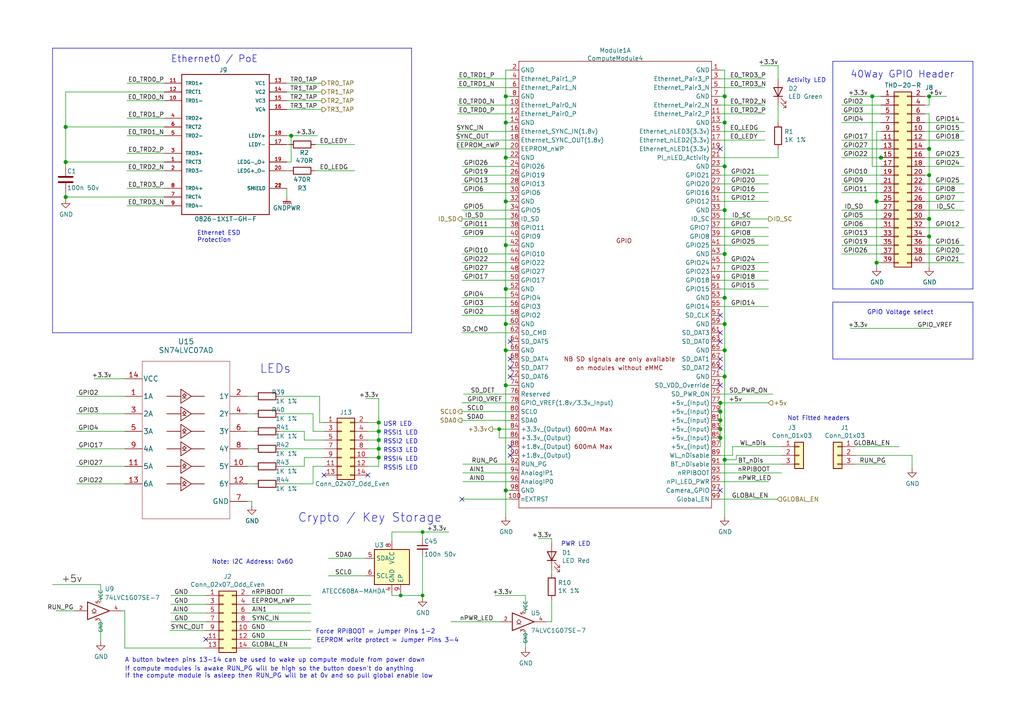
<source format=kicad_sch>
(kicad_sch (version 20210615) (generator eeschema)
  (paper "A4")
  (title_block (title "AP3000v3") (date "2020-10-27") (rev "1") (company "(c) ISis ImageStream Internet Solutions 2020") (comment 1 "www.imagestream.com"))
  (junction (at 19.05 36.83) (diameter 1.016))
  (junction (at 19.05 46.99) (diameter 1.016))
  (junction (at 19.05 57.15) (diameter 1.016))
  (junction (at 84.455 39.37) (diameter 1.016))
  (junction (at 109.855 122.555) (diameter 1.016))
  (junction (at 109.855 125.095) (diameter 1.016))
  (junction (at 109.855 127.635) (diameter 1.016))
  (junction (at 109.855 130.175) (diameter 1.016))
  (junction (at 109.855 132.715) (diameter 1.016))
  (junction (at 116.205 172.72) (diameter 0.9144))
  (junction (at 122.555 154.305) (diameter 0.9144))
  (junction (at 122.555 172.72) (diameter 0.9144))
  (junction (at 144.78 124.46) (diameter 0.9144))
  (junction (at 146.685 27.94) (diameter 1.016))
  (junction (at 146.685 35.56) (diameter 1.016))
  (junction (at 146.685 45.72) (diameter 1.016))
  (junction (at 146.685 58.42) (diameter 1.016))
  (junction (at 146.685 71.12) (diameter 1.016))
  (junction (at 146.685 83.82) (diameter 1.016))
  (junction (at 146.685 93.98) (diameter 1.016))
  (junction (at 146.685 101.6) (diameter 1.016))
  (junction (at 146.685 111.76) (diameter 1.016))
  (junction (at 146.685 142.24) (diameter 1.016))
  (junction (at 208.915 116.84) (diameter 1.016))
  (junction (at 208.915 119.38) (diameter 1.016))
  (junction (at 208.915 121.92) (diameter 1.016))
  (junction (at 208.915 124.46) (diameter 1.016))
  (junction (at 208.915 127) (diameter 1.016))
  (junction (at 210.185 27.94) (diameter 1.016))
  (junction (at 210.185 35.56) (diameter 1.016))
  (junction (at 210.185 48.26) (diameter 1.016))
  (junction (at 210.185 60.96) (diameter 1.016))
  (junction (at 210.185 73.66) (diameter 1.016))
  (junction (at 210.185 86.36) (diameter 1.016))
  (junction (at 210.185 93.98) (diameter 1.016))
  (junction (at 210.185 101.6) (diameter 1.016))
  (junction (at 210.185 109.22) (diameter 1.016))
  (junction (at 210.185 133.35) (diameter 1.016))
  (junction (at 252.984 27.94) (diameter 1.016))
  (junction (at 254.254 58.42) (diameter 1.016))
  (junction (at 254.254 76.2) (diameter 1.016))
  (junction (at 255.524 45.72) (diameter 1.016))
  (junction (at 269.494 27.94) (diameter 1.016))
  (junction (at 269.494 43.18) (diameter 1.016))
  (junction (at 269.494 50.8) (diameter 1.016))
  (junction (at 269.494 63.5) (diameter 1.016))
  (junction (at 269.494 68.58) (diameter 1.016))
  (no_connect (at 59.69 185.42))
  (no_connect (at 93.98 137.795))
  (no_connect (at 106.68 137.795))
  (no_connect (at 133.985 144.78))
  (no_connect (at 147.955 99.06))
  (no_connect (at 147.955 104.14))
  (no_connect (at 147.955 106.68))
  (no_connect (at 147.955 109.22))
  (no_connect (at 147.955 129.54))
  (no_connect (at 147.955 132.08))
  (no_connect (at 208.915 43.18))
  (no_connect (at 208.915 91.44))
  (no_connect (at 208.915 96.52))
  (no_connect (at 208.915 99.06))
  (no_connect (at 208.915 104.14))
  (no_connect (at 208.915 106.68))
  (no_connect (at 208.915 111.76))
  (no_connect (at 208.915 142.24))
  (wire (pts (xy 15.24 169.545) (xy 29.21 169.545)))
  (wire (pts (xy 16.256 177.165) (xy 21.59 177.165)))
  (wire (pts (xy 19.05 26.67) (xy 19.05 36.83)))
  (wire (pts (xy 19.05 26.67) (xy 47.625 26.67)))
  (wire (pts (xy 19.05 36.83) (xy 19.05 46.99)))
  (wire (pts (xy 19.05 36.83) (xy 47.625 36.83)))
  (wire (pts (xy 19.05 46.99) (xy 19.05 48.26)))
  (wire (pts (xy 19.05 46.99) (xy 47.625 46.99)))
  (wire (pts (xy 19.05 55.88) (xy 19.05 57.15)))
  (wire (pts (xy 19.05 57.15) (xy 19.05 57.785)))
  (wire (pts (xy 19.05 57.15) (xy 47.625 57.15)))
  (wire (pts (xy 22.225 114.935) (xy 36.195 114.935)))
  (wire (pts (xy 22.225 120.015) (xy 36.195 120.015)))
  (wire (pts (xy 22.225 125.095) (xy 36.195 125.095)))
  (wire (pts (xy 22.225 130.175) (xy 36.195 130.175)))
  (wire (pts (xy 22.225 135.255) (xy 36.195 135.255)))
  (wire (pts (xy 22.225 140.335) (xy 36.195 140.335)))
  (wire (pts (xy 29.21 169.545) (xy 29.21 174.625)))
  (wire (pts (xy 29.21 179.705) (xy 29.21 186.055)))
  (wire (pts (xy 35.56 177.165) (xy 36.195 177.165)))
  (wire (pts (xy 36.195 109.855) (xy 27.305 109.855)))
  (wire (pts (xy 36.195 177.165) (xy 36.195 187.96)))
  (wire (pts (xy 36.195 187.96) (xy 59.69 187.96)))
  (wire (pts (xy 36.83 24.13) (xy 47.625 24.13)))
  (wire (pts (xy 36.83 29.21) (xy 47.625 29.21)))
  (wire (pts (xy 36.83 34.29) (xy 47.625 34.29)))
  (wire (pts (xy 36.83 39.37) (xy 47.625 39.37)))
  (wire (pts (xy 36.83 44.45) (xy 47.625 44.45)))
  (wire (pts (xy 36.83 49.53) (xy 47.625 49.53)))
  (wire (pts (xy 36.83 54.61) (xy 47.625 54.61)))
  (wire (pts (xy 36.83 59.69) (xy 47.625 59.69)))
  (wire (pts (xy 49.276 182.88) (xy 59.69 182.88)))
  (wire (pts (xy 49.53 172.72) (xy 59.69 172.72)))
  (wire (pts (xy 49.53 175.26) (xy 59.69 175.26)))
  (wire (pts (xy 49.53 177.8) (xy 59.69 177.8)))
  (wire (pts (xy 49.53 180.34) (xy 59.69 180.34)))
  (wire (pts (xy 71.755 114.935) (xy 73.66 114.935)))
  (wire (pts (xy 71.755 120.015) (xy 73.66 120.015)))
  (wire (pts (xy 71.755 125.095) (xy 73.66 125.095)))
  (wire (pts (xy 71.755 130.175) (xy 73.66 130.175)))
  (wire (pts (xy 71.755 135.255) (xy 73.66 135.255)))
  (wire (pts (xy 71.755 140.335) (xy 73.66 140.335)))
  (wire (pts (xy 71.755 145.415) (xy 73.025 145.415)))
  (wire (pts (xy 72.39 172.72) (xy 90.17 172.72)))
  (wire (pts (xy 72.39 175.26) (xy 90.17 175.26)))
  (wire (pts (xy 72.39 177.8) (xy 90.17 177.8)))
  (wire (pts (xy 72.39 180.34) (xy 90.17 180.34)))
  (wire (pts (xy 72.39 182.88) (xy 90.17 182.88)))
  (wire (pts (xy 72.39 185.42) (xy 90.17 185.42)))
  (wire (pts (xy 72.39 187.96) (xy 90.17 187.96)))
  (wire (pts (xy 73.025 145.415) (xy 73.025 146.685)))
  (wire (pts (xy 81.28 114.935) (xy 92.71 114.935)))
  (wire (pts (xy 81.28 120.015) (xy 90.805 120.015)))
  (wire (pts (xy 81.28 125.095) (xy 88.265 125.095)))
  (wire (pts (xy 81.28 130.175) (xy 93.98 130.175)))
  (wire (pts (xy 81.28 135.255) (xy 88.265 135.255)))
  (wire (pts (xy 81.28 140.335) (xy 90.805 140.335)))
  (wire (pts (xy 83.185 24.13) (xy 93.345 24.13)))
  (wire (pts (xy 83.185 26.67) (xy 93.345 26.67)))
  (wire (pts (xy 83.185 29.21) (xy 93.345 29.21)))
  (wire (pts (xy 83.185 31.75) (xy 93.345 31.75)))
  (wire (pts (xy 83.185 46.99) (xy 84.455 46.99)))
  (wire (pts (xy 83.185 54.61) (xy 83.185 57.15)))
  (wire (pts (xy 83.82 41.91) (xy 83.185 41.91)))
  (wire (pts (xy 83.82 49.53) (xy 83.185 49.53)))
  (wire (pts (xy 84.455 39.37) (xy 83.185 39.37)))
  (wire (pts (xy 84.455 46.99) (xy 84.455 39.37)))
  (wire (pts (xy 88.265 125.095) (xy 88.265 127.635)))
  (wire (pts (xy 88.265 127.635) (xy 93.98 127.635)))
  (wire (pts (xy 88.265 132.715) (xy 88.265 135.255)))
  (wire (pts (xy 88.265 132.715) (xy 93.98 132.715)))
  (wire (pts (xy 90.805 120.015) (xy 90.805 125.095)))
  (wire (pts (xy 90.805 125.095) (xy 93.98 125.095)))
  (wire (pts (xy 90.805 135.255) (xy 93.98 135.255)))
  (wire (pts (xy 90.805 140.335) (xy 90.805 135.255)))
  (wire (pts (xy 92.075 39.37) (xy 84.455 39.37)))
  (wire (pts (xy 92.71 122.555) (xy 92.71 114.935)))
  (wire (pts (xy 93.98 122.555) (xy 92.71 122.555)))
  (wire (pts (xy 95.25 161.925) (xy 106.045 161.925)))
  (wire (pts (xy 95.25 167.005) (xy 106.045 167.005)))
  (wire (pts (xy 102.87 41.91) (xy 91.44 41.91)))
  (wire (pts (xy 102.87 49.53) (xy 91.44 49.53)))
  (wire (pts (xy 106.68 122.555) (xy 109.855 122.555)))
  (wire (pts (xy 106.68 125.095) (xy 109.855 125.095)))
  (wire (pts (xy 106.68 127.635) (xy 109.855 127.635)))
  (wire (pts (xy 106.68 130.175) (xy 109.855 130.175)))
  (wire (pts (xy 106.68 132.715) (xy 109.855 132.715)))
  (wire (pts (xy 106.68 135.255) (xy 109.855 135.255)))
  (wire (pts (xy 109.855 115.57) (xy 106.045 115.57)))
  (wire (pts (xy 109.855 115.57) (xy 109.855 122.555)))
  (wire (pts (xy 109.855 122.555) (xy 109.855 125.095)))
  (wire (pts (xy 109.855 125.095) (xy 109.855 127.635)))
  (wire (pts (xy 109.855 127.635) (xy 109.855 130.175)))
  (wire (pts (xy 109.855 130.175) (xy 109.855 132.715)))
  (wire (pts (xy 109.855 132.715) (xy 109.855 135.255)))
  (wire (pts (xy 113.665 154.305) (xy 113.665 156.845)))
  (wire (pts (xy 113.665 172.085) (xy 113.665 172.72)))
  (wire (pts (xy 113.665 172.72) (xy 116.205 172.72)))
  (wire (pts (xy 116.205 172.72) (xy 116.205 172.085)))
  (wire (pts (xy 122.555 154.305) (xy 113.665 154.305)))
  (wire (pts (xy 122.555 154.305) (xy 122.555 156.21)))
  (wire (pts (xy 122.555 161.29) (xy 122.555 172.72)))
  (wire (pts (xy 122.555 172.72) (xy 116.205 172.72)))
  (wire (pts (xy 122.555 172.72) (xy 122.555 173.355)))
  (wire (pts (xy 130.175 154.305) (xy 122.555 154.305)))
  (wire (pts (xy 130.81 180.34) (xy 144.78 180.34)))
  (wire (pts (xy 132.715 22.86) (xy 147.955 22.86)))
  (wire (pts (xy 132.715 25.4) (xy 147.955 25.4)))
  (wire (pts (xy 132.715 30.48) (xy 147.955 30.48)))
  (wire (pts (xy 132.715 33.02) (xy 147.955 33.02)))
  (wire (pts (xy 132.715 38.1) (xy 147.955 38.1)))
  (wire (pts (xy 132.715 40.64) (xy 147.955 40.64)))
  (wire (pts (xy 132.715 43.18) (xy 147.955 43.18)))
  (wire (pts (xy 133.985 48.26) (xy 147.955 48.26)))
  (wire (pts (xy 133.985 50.8) (xy 147.955 50.8)))
  (wire (pts (xy 133.985 53.34) (xy 147.955 53.34)))
  (wire (pts (xy 133.985 55.88) (xy 147.955 55.88)))
  (wire (pts (xy 133.985 60.96) (xy 147.955 60.96)))
  (wire (pts (xy 133.985 63.5) (xy 147.955 63.5)))
  (wire (pts (xy 133.985 66.04) (xy 147.955 66.04)))
  (wire (pts (xy 133.985 68.58) (xy 147.955 68.58)))
  (wire (pts (xy 133.985 73.66) (xy 147.955 73.66)))
  (wire (pts (xy 133.985 76.2) (xy 147.955 76.2)))
  (wire (pts (xy 133.985 78.74) (xy 147.955 78.74)))
  (wire (pts (xy 133.985 81.28) (xy 147.955 81.28)))
  (wire (pts (xy 133.985 86.36) (xy 147.955 86.36)))
  (wire (pts (xy 133.985 88.9) (xy 147.955 88.9)))
  (wire (pts (xy 133.985 91.44) (xy 147.955 91.44)))
  (wire (pts (xy 133.985 96.52) (xy 147.955 96.52)))
  (wire (pts (xy 133.985 116.84) (xy 147.955 116.84)))
  (wire (pts (xy 133.985 119.38) (xy 147.955 119.38)))
  (wire (pts (xy 133.985 121.92) (xy 147.955 121.92)))
  (wire (pts (xy 133.985 144.78) (xy 147.955 144.78)))
  (wire (pts (xy 134.239 134.62) (xy 147.955 134.62)))
  (wire (pts (xy 134.239 137.16) (xy 147.955 137.16)))
  (wire (pts (xy 134.239 139.7) (xy 147.955 139.7)))
  (wire (pts (xy 134.4422 114.3) (xy 147.955 114.3)))
  (wire (pts (xy 142.875 124.46) (xy 144.78 124.46)))
  (wire (pts (xy 144.78 124.46) (xy 147.955 124.46)))
  (wire (pts (xy 144.78 127) (xy 144.78 124.46)))
  (wire (pts (xy 146.685 20.32) (xy 146.685 27.94)))
  (wire (pts (xy 146.685 27.94) (xy 146.685 35.56)))
  (wire (pts (xy 146.685 35.56) (xy 146.685 45.72)))
  (wire (pts (xy 146.685 45.72) (xy 146.685 58.42)))
  (wire (pts (xy 146.685 45.72) (xy 147.955 45.72)))
  (wire (pts (xy 146.685 58.42) (xy 146.685 71.12)))
  (wire (pts (xy 146.685 58.42) (xy 147.955 58.42)))
  (wire (pts (xy 146.685 71.12) (xy 146.685 83.82)))
  (wire (pts (xy 146.685 71.12) (xy 147.955 71.12)))
  (wire (pts (xy 146.685 83.82) (xy 146.685 93.98)))
  (wire (pts (xy 146.685 83.82) (xy 147.955 83.82)))
  (wire (pts (xy 146.685 93.98) (xy 146.685 101.6)))
  (wire (pts (xy 146.685 93.98) (xy 147.955 93.98)))
  (wire (pts (xy 146.685 101.6) (xy 146.685 111.76)))
  (wire (pts (xy 146.685 101.6) (xy 147.955 101.6)))
  (wire (pts (xy 146.685 111.76) (xy 146.685 142.24)))
  (wire (pts (xy 146.685 111.76) (xy 147.955 111.76)))
  (wire (pts (xy 146.685 142.24) (xy 146.685 149.86)))
  (wire (pts (xy 147.955 20.32) (xy 146.685 20.32)))
  (wire (pts (xy 147.955 27.94) (xy 146.685 27.94)))
  (wire (pts (xy 147.955 35.56) (xy 146.685 35.56)))
  (wire (pts (xy 147.955 127) (xy 144.78 127)))
  (wire (pts (xy 147.955 129.54) (xy 148.209 129.54)))
  (wire (pts (xy 147.955 142.24) (xy 146.685 142.24)))
  (wire (pts (xy 152.4 172.72) (xy 143.51 172.72)))
  (wire (pts (xy 152.4 177.8) (xy 152.4 172.72)))
  (wire (pts (xy 152.4 182.88) (xy 152.4 187.96)))
  (wire (pts (xy 160.02 156.21) (xy 156.21 156.21)))
  (wire (pts (xy 160.02 157.48) (xy 160.02 156.21)))
  (wire (pts (xy 160.02 165.1) (xy 160.02 166.37)))
  (wire (pts (xy 160.02 173.99) (xy 160.02 180.34)))
  (wire (pts (xy 160.02 180.34) (xy 158.75 180.34)))
  (wire (pts (xy 208.915 20.32) (xy 210.185 20.32)))
  (wire (pts (xy 208.915 22.86) (xy 221.869 22.86)))
  (wire (pts (xy 208.915 25.4) (xy 221.869 25.4)))
  (wire (pts (xy 208.915 27.94) (xy 210.185 27.94)))
  (wire (pts (xy 208.915 30.48) (xy 221.869 30.48)))
  (wire (pts (xy 208.915 33.02) (xy 221.869 33.02)))
  (wire (pts (xy 208.915 35.56) (xy 210.185 35.56)))
  (wire (pts (xy 208.915 38.1) (xy 221.869 38.1)))
  (wire (pts (xy 208.915 40.64) (xy 221.869 40.64)))
  (wire (pts (xy 208.915 45.72) (xy 225.679 45.72)))
  (wire (pts (xy 208.915 48.26) (xy 210.185 48.26)))
  (wire (pts (xy 208.915 50.8) (xy 222.885 50.8)))
  (wire (pts (xy 208.915 53.34) (xy 222.885 53.34)))
  (wire (pts (xy 208.915 55.88) (xy 222.885 55.88)))
  (wire (pts (xy 208.915 58.42) (xy 222.885 58.42)))
  (wire (pts (xy 208.915 60.96) (xy 210.185 60.96)))
  (wire (pts (xy 208.915 63.5) (xy 222.885 63.5)))
  (wire (pts (xy 208.915 66.04) (xy 222.885 66.04)))
  (wire (pts (xy 208.915 68.58) (xy 222.885 68.58)))
  (wire (pts (xy 208.915 71.12) (xy 222.885 71.12)))
  (wire (pts (xy 208.915 73.66) (xy 210.185 73.66)))
  (wire (pts (xy 208.915 76.2) (xy 222.885 76.2)))
  (wire (pts (xy 208.915 78.74) (xy 222.885 78.74)))
  (wire (pts (xy 208.915 81.28) (xy 222.885 81.28)))
  (wire (pts (xy 208.915 83.82) (xy 222.885 83.82)))
  (wire (pts (xy 208.915 86.36) (xy 210.185 86.36)))
  (wire (pts (xy 208.915 88.9) (xy 222.885 88.9)))
  (wire (pts (xy 208.915 93.98) (xy 210.185 93.98)))
  (wire (pts (xy 208.915 101.6) (xy 210.185 101.6)))
  (wire (pts (xy 208.915 109.22) (xy 210.185 109.22)))
  (wire (pts (xy 208.915 114.3) (xy 224.155 114.3)))
  (wire (pts (xy 208.915 116.84) (xy 208.915 119.38)))
  (wire (pts (xy 208.915 116.84) (xy 222.885 116.84)))
  (wire (pts (xy 208.915 119.38) (xy 208.915 121.92)))
  (wire (pts (xy 208.915 121.92) (xy 208.915 124.46)))
  (wire (pts (xy 208.915 124.46) (xy 208.915 127)))
  (wire (pts (xy 208.915 127) (xy 208.915 129.54)))
  (wire (pts (xy 208.915 132.08) (xy 212.471 132.08)))
  (wire (pts (xy 208.915 134.62) (xy 226.695 134.62)))
  (wire (pts (xy 208.915 137.16) (xy 226.695 137.16)))
  (wire (pts (xy 208.915 139.7) (xy 222.885 139.7)))
  (wire (pts (xy 208.915 144.78) (xy 225.425 144.78)))
  (wire (pts (xy 210.185 20.32) (xy 210.185 27.94)))
  (wire (pts (xy 210.185 27.94) (xy 210.185 35.56)))
  (wire (pts (xy 210.185 35.56) (xy 210.185 48.26)))
  (wire (pts (xy 210.185 48.26) (xy 210.185 60.96)))
  (wire (pts (xy 210.185 60.96) (xy 210.185 73.66)))
  (wire (pts (xy 210.185 73.66) (xy 210.185 86.36)))
  (wire (pts (xy 210.185 86.36) (xy 210.185 93.98)))
  (wire (pts (xy 210.185 93.98) (xy 210.185 101.6)))
  (wire (pts (xy 210.185 101.6) (xy 210.185 109.22)))
  (wire (pts (xy 210.185 109.22) (xy 210.185 133.35)))
  (wire (pts (xy 210.185 133.35) (xy 210.185 149.86)))
  (wire (pts (xy 210.185 133.35) (xy 213.5632 133.35)))
  (wire (pts (xy 212.471 129.54) (xy 226.695 129.54)))
  (wire (pts (xy 212.471 132.08) (xy 212.471 129.54)))
  (wire (pts (xy 213.5632 132.08) (xy 226.695 132.08)))
  (wire (pts (xy 213.5632 133.35) (xy 213.5632 132.08)))
  (wire (pts (xy 220.599 19.05) (xy 225.679 19.05)))
  (wire (pts (xy 225.679 22.86) (xy 225.679 19.05)))
  (wire (pts (xy 225.679 30.48) (xy 225.679 35.56)))
  (wire (pts (xy 225.679 45.72) (xy 225.679 43.18)))
  (wire (pts (xy 244.094 30.48) (xy 255.524 30.48)))
  (wire (pts (xy 244.094 33.02) (xy 255.524 33.02)))
  (wire (pts (xy 244.094 35.56) (xy 255.524 35.56)))
  (wire (pts (xy 244.094 40.64) (xy 255.524 40.64)))
  (wire (pts (xy 244.094 43.18) (xy 255.524 43.18)))
  (wire (pts (xy 244.094 45.72) (xy 255.524 45.72)))
  (wire (pts (xy 244.094 50.8) (xy 255.524 50.8)))
  (wire (pts (xy 244.094 53.34) (xy 255.524 53.34)))
  (wire (pts (xy 244.094 55.88) (xy 255.524 55.88)))
  (wire (pts (xy 244.094 60.96) (xy 255.524 60.96)))
  (wire (pts (xy 244.094 63.5) (xy 255.524 63.5)))
  (wire (pts (xy 244.094 66.04) (xy 255.524 66.04)))
  (wire (pts (xy 244.094 68.58) (xy 255.524 68.58)))
  (wire (pts (xy 244.094 71.12) (xy 255.524 71.12)))
  (wire (pts (xy 244.094 73.66) (xy 255.524 73.66)))
  (wire (pts (xy 246.634 27.94) (xy 252.984 27.94)))
  (wire (pts (xy 246.634 95.25) (xy 269.875 95.25)))
  (wire (pts (xy 248.031 129.54) (xy 260.731 129.54)))
  (wire (pts (xy 248.031 132.08) (xy 264.541 132.08)))
  (wire (pts (xy 248.031 134.62) (xy 256.921 134.62)))
  (wire (pts (xy 252.984 27.94) (xy 252.984 48.26)))
  (wire (pts (xy 252.984 48.26) (xy 255.524 48.26)))
  (wire (pts (xy 254.254 38.1) (xy 254.254 58.42)))
  (wire (pts (xy 254.254 58.42) (xy 254.254 76.2)))
  (wire (pts (xy 254.254 58.42) (xy 255.524 58.42)))
  (wire (pts (xy 254.254 76.2) (xy 254.254 77.47)))
  (wire (pts (xy 254.254 76.2) (xy 255.524 76.2)))
  (wire (pts (xy 255.524 27.94) (xy 252.984 27.94)))
  (wire (pts (xy 255.524 38.1) (xy 254.254 38.1)))
  (wire (pts (xy 258.064 45.72) (xy 255.524 45.72)))
  (wire (pts (xy 264.541 132.08) (xy 264.541 135.89)))
  (wire (pts (xy 268.224 27.94) (xy 269.494 27.94)))
  (wire (pts (xy 268.224 30.48) (xy 269.494 30.48)))
  (wire (pts (xy 268.224 33.02) (xy 269.494 33.02)))
  (wire (pts (xy 268.224 35.56) (xy 279.654 35.56)))
  (wire (pts (xy 268.224 38.1) (xy 279.654 38.1)))
  (wire (pts (xy 268.224 40.64) (xy 279.654 40.64)))
  (wire (pts (xy 268.224 45.72) (xy 279.654 45.72)))
  (wire (pts (xy 268.224 48.26) (xy 279.654 48.26)))
  (wire (pts (xy 268.224 53.34) (xy 279.654 53.34)))
  (wire (pts (xy 268.224 55.88) (xy 279.654 55.88)))
  (wire (pts (xy 268.224 58.42) (xy 279.654 58.42)))
  (wire (pts (xy 268.224 60.96) (xy 279.654 60.96)))
  (wire (pts (xy 268.224 63.5) (xy 269.494 63.5)))
  (wire (pts (xy 268.224 66.04) (xy 279.654 66.04)))
  (wire (pts (xy 268.224 68.58) (xy 269.494 68.58)))
  (wire (pts (xy 268.224 71.12) (xy 279.654 71.12)))
  (wire (pts (xy 268.224 73.66) (xy 279.654 73.66)))
  (wire (pts (xy 268.224 76.2) (xy 279.654 76.2)))
  (wire (pts (xy 269.494 27.94) (xy 274.574 27.94)))
  (wire (pts (xy 269.494 30.48) (xy 269.494 27.94)))
  (wire (pts (xy 269.494 33.02) (xy 269.494 43.18)))
  (wire (pts (xy 269.494 43.18) (xy 268.224 43.18)))
  (wire (pts (xy 269.494 43.18) (xy 269.494 50.8)))
  (wire (pts (xy 269.494 50.8) (xy 268.224 50.8)))
  (wire (pts (xy 269.494 63.5) (xy 269.494 50.8)))
  (wire (pts (xy 269.494 68.58) (xy 269.494 63.5)))
  (wire (pts (xy 269.494 68.58) (xy 269.494 77.47)))
  (polyline (pts (xy 15.24 13.97) (xy 119.38 13.97)) (stroke (width 0) (type solid)))
  (polyline (pts (xy 15.24 96.52) (xy 15.24 13.97)) (stroke (width 0) (type solid)))
  (polyline (pts (xy 119.38 13.97) (xy 119.38 96.52)) (stroke (width 0) (type solid)))
  (polyline (pts (xy 119.38 96.52) (xy 15.24 96.52)) (stroke (width 0) (type solid)))
  (polyline (pts (xy 241.554 17.78) (xy 241.554 83.82)) (stroke (width 0) (type solid)))
  (polyline (pts (xy 241.554 83.82) (xy 282.194 83.82)) (stroke (width 0) (type solid)))
  (polyline (pts (xy 241.554 104.14) (xy 241.554 87.63)) (stroke (width 0) (type solid)))
  (polyline (pts (xy 241.554 104.14) (xy 242.824 104.14)) (stroke (width 0) (type solid)))
  (polyline (pts (xy 242.824 87.63) (xy 241.554 87.63)) (stroke (width 0) (type solid)))
  (polyline (pts (xy 242.824 87.63) (xy 282.194 87.63)) (stroke (width 0) (type solid)))
  (polyline (pts (xy 282.194 17.78) (xy 241.554 17.78)) (stroke (width 0) (type solid)))
  (polyline (pts (xy 282.194 17.78) (xy 282.194 83.82)) (stroke (width 0) (type solid)))
  (polyline (pts (xy 282.194 87.63) (xy 282.194 104.14)) (stroke (width 0) (type solid)))
  (polyline (pts (xy 282.194 104.14) (xy 242.824 104.14)) (stroke (width 0) (type solid)))
  (text "A button bwteen pins 13-14 can be used to wake up compute module from power down	\n\n" (at 36.195 194.31 0) (effects (font (size 1.27 1.27)) (justify left bottom)))
  (text "If compute modules is awake RUN_PG will be high so the button doesn't do anything\nIf the compute module is asleep then RUN_PG will be at 0v and so pull global enable low" (at 36.195 196.85 0) (effects (font (size 1.27 1.27)) (justify left bottom)))
  (text "Ethernet0 / PoE" (at 49.53 18.415 0) (effects (font (size 2.0066 2.0066)) (justify left bottom)))
  (text "Ethernet ESD\nProtection" (at 57.15 70.485 0) (effects (font (size 1.27 1.27)) (justify left bottom)))
  (text "LEDs" (at 84.455 108.585 180) (effects (font (size 2.54 2.54)) (justify right bottom)))
  (text "Note: I2C Address: 0x60" (at 85.09 163.83 180) (effects (font (size 1.27 1.27)) (justify right bottom)))
  (text "USR LED" (at 111.125 123.825 0) (effects (font (size 1.27 1.27)) (justify left bottom)))
  (text "RSSI1 LED" (at 111.125 126.365 0) (effects (font (size 1.27 1.27)) (justify left bottom)))
  (text "RSSI2 LED" (at 111.125 128.905 0) (effects (font (size 1.27 1.27)) (justify left bottom)))
  (text "RSSI3 LED" (at 111.125 131.445 0) (effects (font (size 1.27 1.27)) (justify left bottom)))
  (text "RSSI4 LED" (at 111.125 133.985 0) (effects (font (size 1.27 1.27)) (justify left bottom)))
  (text "RSSI5 LED" (at 111.125 136.525 0) (effects (font (size 1.27 1.27)) (justify left bottom)))
  (text "Force RPIBOOT = Jumper Pins 1-2 \n" (at 127.254 184.023 180) (effects (font (size 1.27 1.27)) (justify right bottom)))
  (text "Crypto / Key Storage" (at 128.27 151.765 180) (effects (font (size 2.54 2.54)) (justify right bottom)))
  (text "EEPROM write protect = Jumper Pins 3-4\n\n" (at 133.096 188.595 180) (effects (font (size 1.27 1.27)) (justify right bottom)))
  (text "PWR LED" (at 162.687 158.623 0) (effects (font (size 1.27 1.27)) (justify left bottom)))
  (text "Activity LED" (at 228.219 24.13 0) (effects (font (size 1.27 1.27)) (justify left bottom)))
  (text "Not Fitted headers" (at 246.507 122.174 180) (effects (font (size 1.27 1.27)) (justify right bottom)))
  (text "40Way GPIO Header" (at 246.634 22.86 0) (effects (font (size 2.007 2.007)) (justify left bottom)))
  (text "GPIO Voltage select\n" (at 270.764 91.44 180) (effects (font (size 1.27 1.27)) (justify right bottom)))
  (label "+5v" (at 17.78 169.545 0) (effects (font (size 2.0066 2.0066))))
  (label "RUN_PG" (at 21.336 177.165 180))
  (label "GPIO2" (at 28.575 114.935 180))
  (label "GPIO3" (at 28.575 120.015 180))
  (label "GPIO4" (at 28.575 125.095 180))
  (label "GPIO17" (at 29.845 130.175 180))
  (label "GPIO27" (at 29.845 135.255 180))
  (label "GPIO22" (at 29.845 140.335 180))
  (label "+3.3v" (at 32.385 109.855 180))
  (label "E0_TRD0_P" (at 47.625 24.13 180))
  (label "E0_TRD0_N" (at 47.625 29.21 180))
  (label "E0_TRD1_P" (at 47.625 34.29 180))
  (label "E0_TRD1_N" (at 47.625 39.37 180))
  (label "E0_TRD2_P" (at 47.625 44.45 180))
  (label "E0_TRD2_N" (at 47.625 49.53 180))
  (label "E0_TRD3_P" (at 47.625 54.61 180))
  (label "E0_TRD3_N" (at 47.625 59.69 180))
  (label "GND" (at 54.61 172.72 180))
  (label "GND" (at 54.61 175.26 180))
  (label "AIN0" (at 54.61 177.8 180))
  (label "GND" (at 54.61 180.34 180))
  (label "SYNC_OUT" (at 59.182 182.88 180))
  (label "GND" (at 76.962 182.88 180))
  (label "GND" (at 76.962 185.42 180))
  (label "AIN1" (at 77.47 177.8 180))
  (label "SYNC_IN" (at 81.026 180.34 180))
  (label "nRPIBOOT" (at 82.296 172.72 180))
  (label "GLOBAL_EN" (at 83.566 187.96 180))
  (label "EEPROM_nWP" (at 85.598 175.26 180))
  (label "+3.3v" (at 85.725 39.37 0))
  (label "TR0_TAP" (at 92.075 24.13 180))
  (label "TR1_TAP" (at 92.075 26.67 180))
  (label "TR2_TAP" (at 92.075 29.21 180))
  (label "TR3_TAP" (at 92.075 31.75 180))
  (label "E0_LEDY" (at 92.71 41.91 0))
  (label "E0_LEDG" (at 92.71 49.53 0))
  (label "SDA0" (at 97.155 161.925 0))
  (label "SCL0" (at 97.155 167.005 0))
  (label "+3.3v" (at 109.855 115.57 180))
  (label "+3.3v" (at 129.54 154.305 180))
  (label "nPWR_LED" (at 133.35 180.34 0))
  (label "GPIO_VREF" (at 135.509 116.84 0))
  (label "SYNC_IN" (at 140.335 38.1 180))
  (label "GPIO6" (at 140.335 55.88 180))
  (label "GPIO5" (at 140.335 60.96 180))
  (label "ID_SD" (at 140.335 63.5 180))
  (label "GPIO9" (at 140.335 68.58 180))
  (label "GPIO4" (at 140.335 86.36 180))
  (label "GPIO3" (at 140.335 88.9 180))
  (label "GPIO2" (at 140.335 91.44 180))
  (label "SCL0" (at 140.335 119.38 180))
  (label "SDA0" (at 140.335 121.92 180))
  (label "AIN1" (at 140.589 137.16 180))
  (label "AIN0" (at 140.589 139.7 180))
  (label "GPIO26" (at 141.605 48.26 180))
  (label "GPIO19" (at 141.605 50.8 180))
  (label "GPIO13" (at 141.605 53.34 180))
  (label "GPIO11" (at 141.605 66.04 180))
  (label "GPIO10" (at 141.605 73.66 180))
  (label "GPIO22" (at 141.605 76.2 180))
  (label "GPIO27" (at 141.605 78.74 180))
  (label "GPIO17" (at 141.605 81.28 180))
  (label "SD_CMD" (at 141.605 96.52 180))
  (label "SYNC_OUT" (at 141.859 40.64 180))
  (label "E0_TRD1_P" (at 143.51 22.86 180))
  (label "E0_TRD1_N" (at 143.51 25.4 180))
  (label "E0_TRD0_N" (at 143.51 30.48 180))
  (label "E0_TRD0_P" (at 143.51 33.02 180))
  (label "SD_DET" (at 143.51 114.3 180))
  (label "RUN_PG" (at 144.399 134.62 180))
  (label "EEPROM_nWP" (at 144.907 43.18 180))
  (label "+3.3v" (at 148.59 172.72 180))
  (label "+3.3v" (at 160.02 156.21 180))
  (label "SD_PWR_ON" (at 211.455 114.3 0))
  (label "E0_TRD3_P" (at 211.709 22.86 0))
  (label "E0_TRD3_N" (at 211.709 25.4 0))
  (label "E0_TRD2_N" (at 211.709 30.48 0))
  (label "E0_TRD2_P" (at 211.709 33.02 0))
  (label "E0_LEDG" (at 211.709 38.1 0))
  (label "E0_LEDY" (at 211.709 40.64 0))
  (label "nPWR_LED" (at 213.995 139.7 0))
  (label "+5v" (at 215.265 116.84 180))
  (label "ID_SC" (at 217.805 63.5 180))
  (label "GPIO7" (at 217.805 66.04 180))
  (label "GPIO8" (at 217.805 68.58 180))
  (label "GPIO21" (at 219.075 50.8 180))
  (label "GPIO20" (at 219.075 53.34 180))
  (label "GPIO16" (at 219.075 55.88 180))
  (label "GPIO12" (at 219.075 58.42 180))
  (label "GPIO25" (at 219.075 71.12 180))
  (label "GPIO24" (at 219.075 76.2 180))
  (label "GPIO23" (at 219.075 78.74 180))
  (label "GPIO18" (at 219.075 81.28 180))
  (label "GPIO15" (at 219.075 83.82 180))
  (label "GPIO14" (at 219.075 88.9 180))
  (label "BT_nDis" (at 221.4626 134.62 180))
  (label "WL_nDis" (at 222.25 129.54 180))
  (label "GLOBAL_EN" (at 222.885 144.78 180))
  (label "nRPIBOOT" (at 223.3422 137.16 180))
  (label "+3.3v" (at 225.679 19.05 180))
  (label "GPIO2" (at 250.444 30.48 180))
  (label "GPIO3" (at 250.444 33.02 180))
  (label "GPIO4" (at 250.444 35.56 180))
  (label "GPIO9" (at 250.444 53.34 180))
  (label "ID_SD" (at 250.444 60.96 180))
  (label "GPIO5" (at 250.444 63.5 180))
  (label "GPIO6" (at 250.444 66.04 180))
  (label "+3.3v" (at 251.714 27.94 180))
  (label "GPIO17" (at 251.714 40.64 180))
  (label "GPIO27" (at 251.714 43.18 180))
  (label "GPIO22" (at 251.714 45.72 180))
  (label "GPIO10" (at 251.714 50.8 180))
  (label "GPIO11" (at 251.714 55.88 180))
  (label "GPIO13" (at 251.714 68.58 180))
  (label "GPIO19" (at 251.714 71.12 180))
  (label "GPIO26" (at 251.714 73.66 180))
  (label "+3.3v" (at 251.714 95.25 180))
  (label "RUN_PG" (at 256.921 134.62 180))
  (label "GLOBAL_EN" (at 258.191 129.54 180))
  (label "GPIO_VREF" (at 266.065 95.25 0))
  (label "+5v" (at 273.304 27.94 180))
  (label "GPIO8" (at 277.114 55.88 180))
  (label "GPIO7" (at 277.114 58.42 180))
  (label "ID_SC" (at 277.114 60.96 180))
  (label "GPIO14" (at 278.384 35.56 180))
  (label "GPIO15" (at 278.384 38.1 180))
  (label "GPIO18" (at 278.384 40.64 180))
  (label "GPIO23" (at 278.384 45.72 180))
  (label "GPIO24" (at 278.384 48.26 180))
  (label "GPIO25" (at 278.384 53.34 180))
  (label "GPIO12" (at 278.384 66.04 180))
  (label "GPIO16" (at 278.384 71.12 180))
  (label "GPIO20" (at 278.384 73.66 180))
  (label "GPIO21" (at 278.384 76.2 180))
  (hierarchical_label "TR0_TAP" (shape output) (at 93.345 24.13 0))
  (hierarchical_label "TR1_TAP" (shape output) (at 93.345 26.67 0))
  (hierarchical_label "TR2_TAP" (shape output) (at 93.345 29.21 0))
  (hierarchical_label "TR3_TAP" (shape output) (at 93.345 31.75 0))
  (hierarchical_label "ID_SD" (shape output) (at 133.985 63.5 180))
  (hierarchical_label "SCL0" (shape output) (at 133.985 119.38 180))
  (hierarchical_label "SDA0" (shape output) (at 133.985 121.92 180))
  (hierarchical_label "+3.3v" (shape output) (at 142.875 124.46 180))
  (hierarchical_label "ID_SC" (shape output) (at 222.885 63.5 0))
  (hierarchical_label "+5v" (shape input) (at 222.885 116.84 0))
  (hierarchical_label "GLOBAL_EN" (shape input) (at 225.425 144.78 0))
  (symbol (lib_id "power:GNDPWR") (at 83.185 57.15 0) (mirror y) (unit 1)
    (property "Reference" "#PWR0108" (effects hide))
    (property "Value" "GNDPWR" (at 83.185 60.325 0))
  )
  (symbol (lib_id "power:GND") (at 19.05 57.785 0) (unit 1)
    (property "Reference" "#PWR0107" (effects hide))
    (property "Value" "GND" (at 19.177 62.1792 0))
  )
  (symbol (lib_id "power:GND") (at 29.21 186.055 0) (unit 1)
    (property "Reference" "#PWR027" (effects hide))
    (property "Value" "GND" (at 29.337 190.4492 0))
  )
  (symbol (lib_id "power:GND") (at 73.025 146.685 0) (unit 1)
    (property "Reference" "#PWR0140" (effects hide))
    (property "Value" "GND" (at 73.152 151.0792 0))
  )
  (symbol (lib_id "power:GND") (at 122.555 173.355 0) (unit 1)
    (property "Reference" "#PWR0125" (effects hide))
    (property "Value" "GND" (at 122.682 177.7492 0))
  )
  (symbol (lib_id "power:GND") (at 146.685 149.86 0) (unit 1)
    (property "Reference" "#PWR0104" (effects hide))
    (property "Value" "GND" (at 146.812 154.2542 0))
  )
  (symbol (lib_id "power:GND") (at 152.4 187.96 0) (unit 1)
    (property "Reference" "#PWR05" (effects hide))
    (property "Value" "GND" (at 152.527 192.3542 0))
  )
  (symbol (lib_id "power:GND") (at 210.185 149.86 0) (unit 1)
    (property "Reference" "#PWR0105" (effects hide))
    (property "Value" "GND" (at 210.312 154.2542 0))
  )
  (symbol (lib_id "power:GND") (at 254.254 77.47 0) (unit 1)
    (property "Reference" "#PWR0103" (effects hide))
    (property "Value" "GND" (at 254.381 81.8642 0))
  )
  (symbol (lib_id "power:GND") (at 264.541 135.89 0) (unit 1)
    (property "Reference" "#PWR0106" (effects hide))
    (property "Value" "GND" (at 264.668 140.2842 0))
  )
  (symbol (lib_id "power:GND") (at 269.494 77.47 0) (unit 1)
    (property "Reference" "#PWR0102" (effects hide))
    (property "Value" "GND" (at 269.621 81.8642 0))
  )
  (symbol (lib_id "Device:R") (at 77.47 114.935 90) (unit 1)
    (property "Reference" "R39" (at 82.6516 113.792 90) (effects (justify left)))
    (property "Value" "1K 1%" (at 86.233 116.332 90) (effects (justify left)))
    (property "Footprint" "Resistor_SMD:R_0603_1608Metric" (effects hide))
    (property "Datasheet" "https://fscdn.rohm.com/en/products/databook/datasheet/passive/resistor/chip_resistor/mcr-e.pdf" (effects hide))
    (property "Field4" "Farnell" (effects hide))
    (property "Field5" "9239235" (effects hide))
    (property "Field7" "KOA EUROPE GMBH" (effects hide))
    (property "Field6" "RK73H1ETTP1001F" (effects hide))
    (property "Part Description" "Resistor 1K M1005 1% 63mW" (effects hide))
    (property "Field8" "125049511" (effects hide))
    (property "PartsBoxID" "0603-1K-1%" (effects hide))
    (property "LCSC" "C21190" (effects hide))
  )
  (symbol (lib_id "Device:R") (at 77.47 120.015 90) (unit 1)
    (property "Reference" "R40" (at 82.6516 118.872 90) (effects (justify left)))
    (property "Value" "1K 1%" (at 86.233 121.412 90) (effects (justify left)))
    (property "Footprint" "Resistor_SMD:R_0603_1608Metric" (effects hide))
    (property "Datasheet" "https://fscdn.rohm.com/en/products/databook/datasheet/passive/resistor/chip_resistor/mcr-e.pdf" (effects hide))
    (property "Field4" "Farnell" (effects hide))
    (property "Field5" "9239235" (effects hide))
    (property "Field7" "KOA EUROPE GMBH" (effects hide))
    (property "Field6" "RK73H1ETTP1001F" (effects hide))
    (property "Part Description" "Resistor 1K M1005 1% 63mW" (effects hide))
    (property "Field8" "125049511" (effects hide))
    (property "PartsBoxID" "0603-1K-1%" (effects hide))
    (property "LCSC" "C21190" (effects hide))
  )
  (symbol (lib_id "Device:R") (at 77.47 125.095 90) (unit 1)
    (property "Reference" "R41" (at 83.9216 123.952 90) (effects (justify left)))
    (property "Value" "1K 1%" (at 86.233 126.492 90) (effects (justify left)))
    (property "Footprint" "Resistor_SMD:R_0603_1608Metric" (effects hide))
    (property "Datasheet" "https://fscdn.rohm.com/en/products/databook/datasheet/passive/resistor/chip_resistor/mcr-e.pdf" (effects hide))
    (property "Field4" "Farnell" (effects hide))
    (property "Field5" "9239235" (effects hide))
    (property "Field7" "KOA EUROPE GMBH" (effects hide))
    (property "Field6" "RK73H1ETTP1001F" (effects hide))
    (property "Part Description" "Resistor 1K M1005 1% 63mW" (effects hide))
    (property "Field8" "125049511" (effects hide))
    (property "PartsBoxID" "0603-1K-1%" (effects hide))
    (property "LCSC" "C21190" (effects hide))
  )
  (symbol (lib_id "Device:R") (at 77.47 130.175 90) (unit 1)
    (property "Reference" "R42" (at 83.9216 129.032 90) (effects (justify left)))
    (property "Value" "1K 1%" (at 86.233 131.572 90) (effects (justify left)))
    (property "Footprint" "Resistor_SMD:R_0603_1608Metric" (effects hide))
    (property "Datasheet" "https://fscdn.rohm.com/en/products/databook/datasheet/passive/resistor/chip_resistor/mcr-e.pdf" (effects hide))
    (property "Field4" "Farnell" (effects hide))
    (property "Field5" "9239235" (effects hide))
    (property "Field7" "KOA EUROPE GMBH" (effects hide))
    (property "Field6" "RK73H1ETTP1001F" (effects hide))
    (property "Part Description" "Resistor 1K M1005 1% 63mW" (effects hide))
    (property "Field8" "125049511" (effects hide))
    (property "PartsBoxID" "0603-1K-1%" (effects hide))
    (property "LCSC" "C21190" (effects hide))
  )
  (symbol (lib_id "Device:R") (at 77.47 135.255 90) (unit 1)
    (property "Reference" "R43" (at 83.9216 134.112 90) (effects (justify left)))
    (property "Value" "1K 1%" (at 86.233 136.652 90) (effects (justify left)))
    (property "Footprint" "Resistor_SMD:R_0603_1608Metric" (effects hide))
    (property "Datasheet" "https://fscdn.rohm.com/en/products/databook/datasheet/passive/resistor/chip_resistor/mcr-e.pdf" (effects hide))
    (property "Field4" "Farnell" (effects hide))
    (property "Field5" "9239235" (effects hide))
    (property "Field7" "KOA EUROPE GMBH" (effects hide))
    (property "Field6" "RK73H1ETTP1001F" (effects hide))
    (property "Part Description" "Resistor 1K M1005 1% 63mW" (effects hide))
    (property "Field8" "125049511" (effects hide))
    (property "PartsBoxID" "0603-1K-1%" (effects hide))
    (property "LCSC" "C21190" (effects hide))
  )
  (symbol (lib_id "Device:R") (at 77.47 140.335 90) (unit 1)
    (property "Reference" "R44" (at 83.9216 139.192 90) (effects (justify left)))
    (property "Value" "1K 1%" (at 86.233 141.732 90) (effects (justify left)))
    (property "Footprint" "Resistor_SMD:R_0603_1608Metric" (effects hide))
    (property "Datasheet" "https://fscdn.rohm.com/en/products/databook/datasheet/passive/resistor/chip_resistor/mcr-e.pdf" (effects hide))
    (property "Field4" "Farnell" (effects hide))
    (property "Field5" "9239235" (effects hide))
    (property "Field7" "KOA EUROPE GMBH" (effects hide))
    (property "Field6" "RK73H1ETTP1001F" (effects hide))
    (property "Part Description" "Resistor 1K M1005 1% 63mW" (effects hide))
    (property "Field8" "125049511" (effects hide))
    (property "PartsBoxID" "0603-1K-1%" (effects hide))
    (property "LCSC" "C21190" (effects hide))
  )
  (symbol (lib_id "Device:R") (at 87.63 41.91 90) (mirror x) (unit 1)
    (property "Reference" "R2" (at 88.265 44.2722 90))
    (property "Value" "470R" (at 88.265 46.5836 90))
    (property "Footprint" "Resistor_SMD:R_0603_1608Metric" (effects hide))
    (property "Datasheet" "https://fscdn.rohm.com/en/products/databook/datasheet/passive/resistor/chip_resistor/mcr-e.pdf" (effects hide))
    (property "Field4" "Farnell" (effects hide))
    (property "Field5" "9239197" (effects hide))
    (property "Field7" "KOA EUROPE GMBH" (effects hide))
    (property "Field6" "RK73G1ETQTP4700D         " (effects hide))
    (property "Field8" "120887981" (effects hide))
    (property "Part Description" "Resistor 470R M1005 1% 63mW" (effects hide))
    (property "PartsBoxID" "0603-470R-1%" (effects hide))
    (property "LCSC" "C23179" (effects hide))
  )
  (symbol (lib_id "Device:R") (at 87.63 49.53 90) (mirror x) (unit 1)
    (property "Reference" "R3" (at 87.63 54.61 90))
    (property "Value" "470R" (at 87.63 52.07 90))
    (property "Footprint" "Resistor_SMD:R_0603_1608Metric" (effects hide))
    (property "Datasheet" "https://fscdn.rohm.com/en/products/databook/datasheet/passive/resistor/chip_resistor/mcr-e.pdf" (effects hide))
    (property "Field4" "Farnell" (effects hide))
    (property "Field5" "9239197" (effects hide))
    (property "Field7" "KOA EUROPE GMBH" (effects hide))
    (property "Field6" "RK73G1ETQTP4700D         " (effects hide))
    (property "Field8" "120887981" (effects hide))
    (property "Part Description" "Resistor 470R M1005 1% 63mW" (effects hide))
    (property "PartsBoxID" "0603-470R-1%" (effects hide))
    (property "LCSC" "C23179" (effects hide))
  )
  (symbol (lib_id "Device:R") (at 160.02 170.18 0) (unit 1)
    (property "Reference" "R10" (at 161.798 169.0116 0) (effects (justify left)))
    (property "Value" "1K 1%" (at 161.798 171.323 0) (effects (justify left)))
    (property "Footprint" "Resistor_SMD:R_0603_1608Metric" (effects hide))
    (property "Datasheet" "https://fscdn.rohm.com/en/products/databook/datasheet/passive/resistor/chip_resistor/mcr-e.pdf" (effects hide))
    (property "Field4" "Farnell" (effects hide))
    (property "Field5" "9239235" (effects hide))
    (property "Field7" "KOA EUROPE GMBH" (effects hide))
    (property "Field6" "RK73H1ETTP1001F" (effects hide))
    (property "Part Description" "Resistor 1K M1005 1% 63mW" (effects hide))
    (property "Field8" "125049511" (effects hide))
    (property "PartsBoxID" "0603-1K-1%" (effects hide))
    (property "LCSC" "C21190" (effects hide))
  )
  (symbol (lib_id "Device:R") (at 225.679 39.37 0) (unit 1)
    (property "Reference" "R1" (at 227.457 38.2016 0) (effects (justify left)))
    (property "Value" "1K 1%" (at 227.457 40.513 0) (effects (justify left)))
    (property "Footprint" "Resistor_SMD:R_0603_1608Metric" (effects hide))
    (property "Datasheet" "https://fscdn.rohm.com/en/products/databook/datasheet/passive/resistor/chip_resistor/mcr-e.pdf" (effects hide))
    (property "Field4" "Farnell" (effects hide))
    (property "Field5" "9239235" (effects hide))
    (property "Field7" "KOA EUROPE GMBH" (effects hide))
    (property "Field6" "RK73H1ETTP1001F" (effects hide))
    (property "Part Description" "Resistor 1K M1005 1% 63mW" (effects hide))
    (property "Field8" "125049511" (effects hide))
    (property "PartsBoxID" "0603-1K-1%" (effects hide))
    (property "LCSC" "C21190" (effects hide))
  )
  (symbol (lib_id "Device:C_Small") (at 122.555 158.75 0) (mirror y) (unit 1)
    (property "Reference" "C45" (at 122.9868 156.9974 0) (effects (justify right)))
    (property "Value" "100n 50v" (at 122.9868 160.782 0) (effects (justify right)))
    (property "Footprint" "Capacitor_SMD:C_0603_1608Metric" (effects hide))
    (property "PartsBoxID" "0603-100nF-X7R-50V" (effects hide))
    (property "SPR" "-" (effects hide))
    (property "SPN" "-" (effects hide))
    (property "SPURL" "-" (effects hide))
    (property "LCSC" "C14663" (effects hide))
    (property "Part Description" "100nF 10% or 20% 50V Ceramic Capacitor X7R 0603" (effects hide))
  )
  (symbol (lib_id "Device:LED") (at 160.02 161.29 90) (unit 1)
    (property "Reference" "D1" (at 162.9918 160.2994 90) (effects (justify right)))
    (property "Value" "LED Red" (at 162.9918 162.6108 90) (effects (justify right)))
    (property "Footprint" "LED_SMD:LED_0603_1608Metric" (effects hide))
    (property "Datasheet" "http://optoelectronics.liteon.com/upload/download/DS22-2000-210/LTST-S270KRKT.pdf" (effects hide))
    (property "Field4" "Digikey " (effects hide))
    (property "Field5" "	LTST-S270KRKT" (effects hide))
    (property "Field6" "SML-A12U8TT86Q" (effects hide))
    (property "Field7" "Rohm" (effects hide))
    (property "Field8" "650295101" (effects hide))
    (property "Part Description" "Red 620nm LED Indication - Discrete 2.2V 2-SMD, No Lead" (effects hide))
    (property "PartsBoxID" "LTST-S270KRKT" (effects hide))
    (property "LCSC" "C2286" (effects hide))
  )
  (symbol (lib_id "Device:LED") (at 225.679 26.67 90) (unit 1)
    (property "Reference" "D2" (at 228.6508 25.6794 90) (effects (justify right)))
    (property "Value" "LED Green" (at 228.6508 27.9908 90) (effects (justify right)))
    (property "Footprint" "LED_SMD:LED_0603_1608Metric" (effects hide))
    (property "Datasheet" "http://optoelectronics.liteon.com/upload/download/DS22-2000-226/LTST-S270KGKT.pdf" (effects hide))
    (property "Field4" "Digikey " (effects hide))
    (property "Field5" "LTST-S270KGKT" (effects hide))
    (property "Field6" "SML-A12M8TT86N" (effects hide))
    (property "Field7" "Rohm" (effects hide))
    (property "Field8" "650263301" (effects hide))
    (property "Part Description" "Green 572nm LED Indication - Discrete 2.2V 2-SMD, No Lead" (effects hide))
    (property "PartsBoxID" "LTST-S270KGKT" (effects hide))
    (property "LCSC" "C72043" (effects hide))
  )
  (symbol (lib_id "Device:C") (at 19.05 52.07 0) (unit 1)
    (property "Reference" "C1" (at 19.431 49.6316 0) (effects (justify left)))
    (property "Value" "100n 50v" (at 19.431 54.483 0) (effects (justify left)))
    (property "Footprint" "Capacitor_SMD:C_0603_1608Metric" (effects hide))
    (property "Datasheet" "https://search.murata.co.jp/Ceramy/image/img/A01X/G101/ENG/GRM155R71C104KA88-01.pdf" (effects hide))
    (property "Field4" "Farnell" (effects hide))
    (property "Field5" "2611911" (effects hide))
    (property "Field6" "RM EMK105 B7104KV-F" (effects hide))
    (property "Field7" "TAIYO YUDEN EUROPE GMBH" (effects hide))
    (property "Part Description" "100nF 10% or 20% 50V Ceramic Capacitor X7R 0603" (effects hide))
    (property "Field8" "110091611" (effects hide))
    (property "PartsBoxID" "0603-100nF-X7R-50V" (effects hide))
    (property "LCSC" "C14663" (effects hide))
  )
  (symbol (lib_id "Connector_Generic:Conn_01x03") (at 231.775 132.08 0) (unit 1)
    (property "Reference" "J3" (at 229.6922 124.0282 0))
    (property "Value" "Conn_01x03" (at 229.6922 126.3396 0))
    (property "Footprint" "Connector_PinHeader_2.54mm:PinHeader_1x03_P2.54mm_Vertical" (effects hide))
    (property "Field4" "nf" (effects hide))
    (property "Field5" "nf" (effects hide))
    (property "Field6" "nf" (effects hide))
    (property "Field7" "nf" (effects hide))
    (property "Part Description" "3pin 0.1\" connector" (effects hide))
  )
  (symbol (lib_id "Connector_Generic:Conn_01x03") (at 242.951 132.08 0) (mirror y) (unit 1)
    (property "Reference" "J1" (at 245.0338 124.0282 0))
    (property "Value" "Conn_01x03" (at 245.0338 126.3396 0))
    (property "Footprint" "Connector_PinHeader_2.54mm:PinHeader_1x03_P2.54mm_Vertical" (effects hide))
    (property "Field4" "nf" (effects hide))
    (property "Field5" "nf" (effects hide))
    (property "Field6" "nf" (effects hide))
    (property "Field7" "nf" (effects hide))
    (property "Part Description" "3pin 0.1\" connector" (effects hide))
  )
  (symbol (lib_id "AP3000:74LVC1G07_copy") (at 29.21 177.165 0) (unit 1)
    (property "Reference" "U9" (at 31.75 170.815 0))
    (property "Value" "74LVC1G07SE-7" (at 38.354 173.355 0))
    (property "Footprint" "Package_TO_SOT_SMD:SOT-23-5" (effects hide))
    (property "Datasheet" "https://www.diodes.com/assets/Datasheets/74LVC1G07.pdf" (effects hide))
    (property "Field4" "Farnell" (effects hide))
    (property "Field5" "2425492" (effects hide))
    (property "Field6" "74LVC1G07SE-7" (effects hide))
    (property "Field7" "Diodes" (effects hide))
    (property "Part Description" "Buffer, Non-Inverting 1 Element 1 Bit per Element Open Drain Output SOT-353" (effects hide))
    (property "PartsBoxID" "74LVC1G07SE-7" (effects hide))
    (property "LCSC" "C7829" (effects hide))
  )
  (symbol (lib_id "AP3000:74LVC1G07_copy") (at 152.4 180.34 0) (unit 1)
    (property "Reference" "U5" (at 153.924 177.8 0) (effects (justify left)))
    (property "Value" "74LVC1G07SE-7" (at 153.924 182.88 0) (effects (justify left)))
    (property "Footprint" "Package_TO_SOT_SMD:SOT-23-5" (effects hide))
    (property "Datasheet" "https://www.diodes.com/assets/Datasheets/74LVC1G07.pdf" (effects hide))
    (property "Field4" "Farnell" (effects hide))
    (property "Field5" "2425492" (effects hide))
    (property "Field6" "74LVC1G07SE-7" (effects hide))
    (property "Field7" "Diodes" (effects hide))
    (property "Part Description" "Buffer, Non-Inverting 1 Element 1 Bit per Element Open Drain Output SOT-353" (effects hide))
    (property "PartsBoxID" "74LVC1G07SE-7" (effects hide))
    (property "LCSC" "C7829" (effects hide))
  )
  (symbol (lib_id "Security:ATECC608A-MAHDA") (at 113.665 164.465 0) (mirror y) (unit 1)
    (property "Reference" "U3" (at 108.585 158.115 0) (effects (justify right)))
    (property "Value" "ATECC608A-MAHDA" (at 93.345 171.45 0) (effects (justify right)))
    (property "Footprint" "Package_DFN_QFN:DFN-8-1EP_3x2mm_P0.5mm_EP1.3x1.5mm" (effects hide))
    (property "Datasheet" "http://ww1.microchip.com/downloads/en/DeviceDoc/ATECC608A-CryptoAuthentication-Device-Summary-Data-Sheet-DS40001977B.pdf" (effects hide))
    (property "PartsBoxID" "ATECC608A-MAHDA-T" (effects hide))
  )
  (symbol (lib_id "Connector_Generic:Conn_02x07_Odd_Even") (at 64.77 180.34 0) (unit 1)
    (property "Reference" "J2" (at 66.04 167.2336 0))
    (property "Value" "Conn_02x07_Odd_Even" (at 66.04 169.545 0))
    (property "Footprint" "Connector_PinHeader_2.54mm:PinHeader_2x07_P2.54mm_Vertical" (effects hide))
    (property "Datasheet" "https://www.toby.co.uk/uploads/publications/1673.pdf" (effects hide))
    (property "Field4" "Toby" (effects hide))
    (property "Field5" "THD-07-R" (effects hide))
    (property "Field6" "THD-07-R" (effects hide))
    (property "Field7" "Toby" (effects hide))
    (property "Part Description" "PinHeader_2x07_P2.54mm_Vertical" (effects hide))
  )
  (symbol (lib_id "Connector_Generic:Conn_02x07_Odd_Even") (at 99.06 130.175 0) (unit 1)
    (property "Reference" "J13" (at 100.33 119.6086 0))
    (property "Value" "Conn_02x07_Odd_Even" (at 102.235 140.335 0))
    (property "Footprint" "Connector_PinHeader_2.54mm:PinHeader_2x07_P2.54mm_Vertical" (effects hide))
    (property "Datasheet" "https://www.toby.co.uk/uploads/publications/1673.pdf" (effects hide))
    (property "Field4" "Toby" (effects hide))
    (property "Field5" "THD-07-R" (effects hide))
    (property "Field6" "THD-07-R" (effects hide))
    (property "Field7" "Toby" (effects hide))
    (property "Part Description" "PinHeader_2x07_P2.54mm_Vertical" (effects hide))
  )
  (symbol (lib_id "Connector_Generic:Conn_02x20_Odd_Even") (at 260.604 50.8 0) (unit 1)
    (property "Reference" "J8" (at 269.494 25.4 0))
    (property "Value" "THD-20-R" (at 261.874 24.7396 0))
    (property "Footprint" "Connector_PinHeader_2.54mm:PinHeader_2x20_P2.54mm_Vertical" (effects hide))
    (property "Datasheet" "https://www.toby.co.uk/uploads/publications/1673.pdf" (effects hide))
    (property "Field4" "Toby" (effects hide))
    (property "Field5" "THD-20-R" (effects hide))
    (property "Field6" "THD-20-R" (effects hide))
    (property "Field7" "Toby" (effects hide))
    (property "Field8" "UCON00511" (effects hide))
    (property "Part Description" "PinHeader_2x20_P2.54mm_Vertical" (effects hide))
    (property "PartsBoxID" "C124374" (effects hide))
  )
  (symbol (lib_id "0826-1X1T-GH-F:0826-1X1T-GH-F") (at 65.405 41.91 0) (unit 1)
    (property "Reference" "J9" (at 64.77 20.32 0))
    (property "Value" "0826-1X1T-GH-F" (at 65.405 63.5 0))
    (property "Footprint" "BEL_0826-1X1T-GH-F" (effects hide))
    (property "Datasheet" "Bel Component" (effects hide))
    (property "PartsBoxID" "0826-1X1T-GH-F" (effects hide))
  )
  (symbol (lib_id "2021-01-22_15-06-37:SN74LVC07AD") (at 53.975 127.635 0) (unit 1)
    (property "Reference" "U15" (at 53.975 99.06 0) (effects (font (size 1.524 1.524))))
    (property "Value" "SN74LVC07AD" (at 53.975 101.6 0) (effects (font (size 1.524 1.524))))
    (property "Footprint" "Package_SO:SOIC-14_3.9x8.7mm_P1.27mm" (effects hide))
    (property "LCSC" "C7659" (effects hide))
  )
  (symbol (lib_id "AP3000:ComputeModule4-CM4") (at 180.975 76.2 0) (unit 1) (in_bom no)
    (property "Reference" "Module1" (at 178.435 14.605 0))
    (property "Value" "ComputeModule4" (at 178.435 16.9164 0))
    (property "Footprint" "AP3000:Raspberry-Pi-4-Compute-Module" (effects hide))
    (property "Field4" "Hirose" (effects hide))
    (property "Field5" "2off DF40C-100DS-0.4V" (effects hide))
    (property "Field6" "2off DF40C-100DS-0.4V" (effects hide))
    (property "Field7" "Hirose" (effects hide))
    (property "Part Description" "100 Position Connector Receptacle, Center Strip Contacts Surface Mount Gold" (effects hide))
    (property "PartsBoxID" "DF40C-100DS-0.4V(51)" (effects hide))
  )
)
</source>
